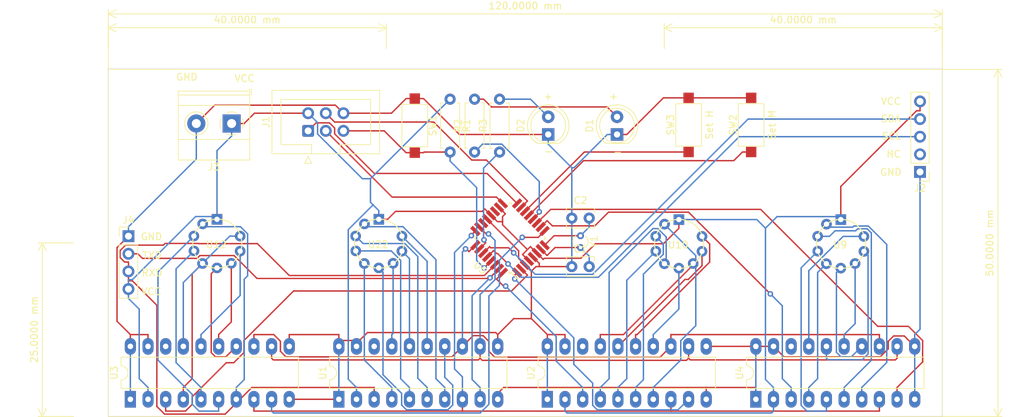
<source format=kicad_pcb>
(kicad_pcb (version 20211014) (generator pcbnew)
  (layers (0 "F.Cu" signal) (31 "B.Cu" signal) (34 "B.Paste" user) (35 "F.Paste" user) (36 "B.SilkS" user "B.Silkscreen") (37 "F.SilkS" user "F.Silkscreen") (38 "B.Mask" user) (39 "F.Mask" user) (44 "Edge.Cuts" user))
  (net 0 "")
  (net 1 "VCC")
  (net 2 "RST")
  (net 3 "Net-(U1-Pad4)")
  (net 4 "Net-(U1-Pad14)")
  (net 5 "Net-(U1-Pad5)")
  (net 6 "Net-(U1-Pad6)")
  (net 7 "Net-(U1-Pad16)")
  (net 8 "Net-(U1-Pad7)")
  (net 9 "Net-(U1-Pad17)")
  (net 10 "Net-(SW2-Pad1)")
  (net 11 "SRCK")
  (net 12 "Net-(SW3-Pad1)")
  (net 15 "Net-(U10-Pad2)")
  (net 16 "Net-(U10-Pad9)")
  (net 17 "Net-(U10-Pad8)")
  (net 18 "Net-(U10-Pad7)")
  (net 19 "Net-(U10-Pad3)")
  (net 20 "Net-(U10-Pad4)")
  (net 21 "Net-(U10-Pad5)")
  (net 22 "Net-(U10-Pad6)")
  (net 23 "Net-(U12-Pad6)")
  (net 24 "Net-(U12-Pad5)")
  (net 25 "Net-(U12-Pad4)")
  (net 26 "Net-(U12-Pad3)")
  (net 27 "Net-(U12-Pad7)")
  (net 28 "Net-(U12-Pad8)")
  (net 29 "Net-(U12-Pad9)")
  (net 30 "Net-(U12-Pad2)")
  (net 31 "MOSI")
  (net 32 "MISO")
  (net 33 "SCK")
  (net 34 "GNDREF")
  (net 35 "Net-(C2-Pad2)")
  (net 36 "Net-(C1-Pad2)")
  (net 37 "G4")
  (net 38 "SD4")
  (net 39 "G3")
  (net 40 "SD3")
  (net 41 "G2")
  (net 42 "SD2")
  (net 43 "RCLK")
  (net 44 "G1")
  (net 45 "SRCLR")
  (net 46 "SD1")
  (net 47 "Net-(U4-Pad4)")
  (net 48 "Net-(U4-Pad5)")
  (net 49 "Net-(U4-Pad6)")
  (net 50 "Net-(U4-Pad7)")
  (net 51 "Net-(U4-Pad14)")
  (net 52 "Net-(U4-Pad15)")
  (net 53 "Net-(U4-Pad16)")
  (net 54 "Net-(U4-Pad17)")
  (net 58 "Net-(U22-Pad9)")
  (net 59 "Net-(D1-Pad2)")
  (net 61 "Net-(J2-Pad4)")
  (net 62 "Net-(J2-Pad3)")
  (net 64 "D1")
  (net 65 "D2")
  (net 66 "Net-(D2-Pad2)")
  (footprint "Package_DIP:DIP-20_W7.62mm_LongPads" (layer "F.Cu") (at 133.175 127.525 90)
    (fp_text reference "U1")
    (fp_text value "TPIC6595")
  )
  (footprint "Package_DIP:DIP-20_W7.62mm_LongPads" (layer "F.Cu") (at 103.175 127.525 90)
    (fp_text reference "U3")
    (fp_text value "TPIC6595")
  )
  (footprint "Package_DIP:DIP-20_W7.62mm_LongPads" (layer "F.Cu") (at 193.175 127.525 90)
    (fp_text reference "U4")
    (fp_text value "TPIC6595")
  )
  (footprint "Package_QFP:TQFP-32_7x7mm_P0.8mm" (layer "F.Cu") (at 157.8 104.3 135)
    (fp_text reference "U5")
    (fp_text value "ATmega8L-8A")
  )
  (footprint "Numitron:numitron iv-9" (layer "F.Cu") (at 204.98 105.235)
    (fp_text reference "U9")
    (fp_text value "Numitron_IV-9")
  )
  (footprint "Numitron:numitron iv-9" (layer "F.Cu") (at 181.68 105.235)
    (fp_text reference "U10")
    (fp_text value "Numitron_IV-9")
  )
  (footprint "Package_DIP:DIP-20_W7.62mm_LongPads" (layer "F.Cu") (at 163.175 127.525 90)
    (fp_text reference "U2")
    (fp_text value "TPIC6595")
  )
  (footprint "Connector_IDC:IDC-Header_2x03_P2.54mm_Vertical" (layer "F.Cu") (at 128.755 88.8525 90)
    (fp_text reference "J1")
    (fp_text value "AVR-ISP-6")
  )
  (footprint "Resistor_THT:R_Axial_DIN0207_L6.3mm_D2.5mm_P7.62mm_Horizontal" (layer "F.Cu") (at 152.705 91.91 90)
    (fp_text reference "R2")
    (fp_text value "R")
  )
  (footprint "Numitron:numitron iv-9" (layer "F.Cu") (at 115.22 105.2)
    (fp_text reference "U12")
    (fp_text value "Numitron_IV-9")
  )
  (footprint "Capacitor_THT:C_Disc_D3.8mm_W2.6mm_P2.50mm" (layer "F.Cu") (at 166.695 108.41)
    (fp_text reference "C1")
    (fp_text value "C")
  )
  (footprint "Resistor_THT:R_Axial_DIN0207_L6.3mm_D2.5mm_P7.62mm_Horizontal" (layer "F.Cu") (at 149.18 84.29 -90)
    (fp_text reference "R1")
    (fp_text value "R")
  )
  (footprint "Numitron:numitron iv-9" (layer "F.Cu") (at 138.5 105.2)
    (fp_text reference "U22")
    (fp_text value "Numitron_IV-9")
  )
  (footprint "Resistor_THT:R_Axial_DIN0207_L6.3mm_D2.5mm_P7.62mm_Horizontal" (layer "F.Cu") (at 156.3 91.91 90)
    (fp_text reference "R3")
    (fp_text value "R")
  )
  (footprint "Connector_PinHeader_2.54mm:PinHeader_1x04_P2.54mm_Vertical" (layer "F.Cu") (at 102.9 104.025)
    (fp_text reference "J4")
    (fp_text value "UART")
  )
  (footprint "Connector_PinHeader_2.54mm:PinHeader_1x05_P2.54mm_Vertical" (layer "F.Cu") (at 216.8 94.775 180)
    (fp_text reference "J2")
    (fp_text value "rtc")
  )
  (footprint "Crystal:Crystal_Round_D1.5mm_Vertical" (layer "F.Cu") (at 167.945 103.965 -90)
    (fp_text reference "Y1")
    (fp_text value "Crystal")
  )
  (footprint "TerminalBlock_Phoenix:TerminalBlock_Phoenix_MKDS-1,5-2-5.08_1x02_P5.08mm_Horizontal" (layer "F.Cu") (at 117.745 87.795 180)
    (fp_text reference "J3")
    (fp_text value "5v in")
  )
  (footprint "LED_THT:LED_D5.0mm" (layer "F.Cu") (at 163.3 89.375 90)
    (fp_text reference "D2")
    (fp_text value "LED")
  )
  (footprint "LED_THT:LED_D5.0mm" (layer "F.Cu") (at 173.2 89.375 90)
    (fp_text reference "D1")
    (fp_text value "LED")
  )
  (footprint "Button_Switch_SMD:SW_SPST_CK_RS282G05A3" (layer "F.Cu") (at 183.5 88 90)
    (fp_text reference "SW3")
    (fp_text value "Set H")
  )
  (footprint "Button_Switch_SMD:SW_SPST_CK_RS282G05A3" (layer "F.Cu") (at 192.5 88 90)
    (fp_text reference "SW2")
    (fp_text value "Set M")
  )
  (footprint "Capacitor_THT:C_Disc_D3.8mm_W2.6mm_P2.50mm" (layer "F.Cu") (at 166.695 101.425)
    (fp_text reference "C2")
    (fp_text value "C")
  )
  (footprint "Button_Switch_SMD:SW_SPST_CK_RS282G05A3" (layer "F.Cu") (at 144.1 88.1 -90)
    (fp_text reference "SW1")
    (fp_text value "RST")
  )
  (gr_line (start 100 130) (end 100 80) (layer "F.SilkS") (width 0.12))
  (gr_line (start 100 80) (end 220 80) (layer "F.SilkS") (width 0.12))
  (gr_line (start 220 80) (end 220 130) (layer "F.SilkS") (width 0.12))
  (gr_line (start 220 130) (end 100 130) (layer "F.SilkS") (width 0.12))
  (gr_rect (start 100 79.835) (end 220.015 130) (layer "Edge.Cuts") (width 0.05) (fill none))
  (gr_text "RXD" (at 106.3 109.3) (layer "F.SilkS") (effects (font (size 1 1))))
  (gr_text "SCL" (at 212.7 89.6) (layer "F.SilkS") (effects (font (size 1 1))))
  (gr_text "SDA" (at 212.6 87.1) (layer "F.SilkS") (effects (font (size 1 1))))
  (gr_text "-" (at 173.3 91.9) (layer "F.SilkS") (effects (font (size 1 1))))
  (gr_text "TXD" (at 106.3 106.8) (layer "F.SilkS") (effects (font (size 1 1))))
  (gr_text "-" (at 163.4 91.8) (layer "F.SilkS") (effects (font (size 1 1))))
  (gr_text "GND" (at 106.2 104.1) (layer "F.SilkS") (effects (font (size 1 1))))
  (gr_text "+" (at 172.7 83.9) (layer "F.SilkS") (effects (font (size 1 1))))
  (gr_text "NC" (at 213 92.2) (layer "F.SilkS") (effects (font (size 1 1))))
  (gr_text "VCC" (at 119.6 81.3) (layer "F.SilkS") (effects (font (size 1 1))))
  (gr_text "VCC" (at 106.2 112) (layer "F.SilkS") (effects (font (size 1 1))))
  (gr_text "GND" (at 111.3 81.1) (layer "F.SilkS") (effects (font (size 1 1))))
  (gr_text "+" (at 163.3 83.9) (layer "F.SilkS") (effects (font (size 1 1))))
  (gr_text "VCC" (at 212.6 84.6) (layer "F.SilkS") (effects (font (size 1 1))))
  (gr_text "GND" (at 212.6 94.8) (layer "F.SilkS") (effects (font (size 1 1))))
  (dimension (type aligned) (layer "F.SilkS") (pts (xy 140 77) (xy 100 77)) (height 3) (gr_text "40.0000 mm" (at 120 72.85) (layer "F.SilkS") (effects (font (size 1 1) (thickness 0.15)))) (format (units 2) (units_format 1) (precision 4)) (style (thickness 0.12) (arrow_length 1.27) (text_position_mode 0) (extension_height 0.58642) (extension_offset 0) keep_text_aligned))
  (dimension (type aligned) (layer "F.SilkS") (pts (xy 180 77) (xy 220 77)) (height -3) (gr_text "40.0000 mm" (at 200 72.85) (layer "F.SilkS") (effects (font (size 1 1) (thickness 0.15)))) (format (units 2) (units_format 1) (precision 4)) (style (thickness 0.12) (arrow_length 1.27) (text_position_mode 0) (extension_height 0.58642) (extension_offset 0) keep_text_aligned))
  (dimension (type aligned) (layer "F.SilkS") (pts (xy 95 105) (xy 95 130)) (height 4.5) (gr_text "25.0000 mm" (at 89.35 117.5 90) (layer "F.SilkS") (effects (font (size 1 1) (thickness 0.15)))) (format (units 2) (units_format 1) (precision 4)) (style (thickness 0.12) (arrow_length 1.27) (text_position_mode 0) (extension_height 0.58642) (extension_offset 0) keep_text_aligned))
  (dimension (type aligned) (layer "F.SilkS") (pts (xy 220 80) (xy 100 80)) (height 8) (gr_text "120.0000 mm" (at 160 70.85) (layer "F.SilkS") (effects (font (size 1 1) (thickness 0.15)))) (format (units 2) (units_format 1) (precision 4)) (style (thickness 0.12) (arrow_length 1.27) (text_position_mode 0) (extension_height 0.58642) (extension_offset 0) keep_text_aligned))
  (dimension (type aligned) (layer "F.SilkS") (pts (xy 220 130) (xy 220 80)) (height 8) (gr_text "50.0000 mm" (at 226.85 105 90) (layer "F.SilkS") (effects (font (size 1 1) (thickness 0.15)))) (format (units 2) (units_format 1) (precision 4)) (style (thickness 0.12) (arrow_length 1.27) (text_position_mode 0) (extension_height 0.58642) (extension_offset 0) keep_text_aligned))
  (segment (start 117.745 87.795) (end 119.545 87.795) (width 0.2) (layer "F.Cu") (net 1))
  (segment (start 160.3102 105.9617) (end 159.6032 106.6687) (width 0.2) (layer "F.Cu") (net 1))
  (segment (start 155.0776 101.012) (end 155.9969 101.9312) (width 0.2) (layer "F.Cu") (net 1))
  (segment (start 160.7345 105.5374) (end 160.3102 105.9617) (width 0.2) (layer "F.Cu") (net 1))
  (segment (start 205.4 96.8588) (end 216.2938 85.965) (width 0.2) (layer "F.Cu") (net 1))
  (segment (start 141.3314 100.4506) (end 153.8005 100.4506) (width 0.2) (layer "F.Cu") (net 1))
  (segment (start 128.755 86.3125) (end 121.0275 86.3125) (width 0.2) (layer "F.Cu") (net 1))
  (segment (start 216.2938 85.965) (end 216.8 85.965) (width 0.2) (layer "F.Cu") (net 1))
  (segment (start 160.5224 107.588) (end 159.6032 106.6687) (width 0.2) (layer "F.Cu") (net 1))
  (segment (start 156.7279 102.3794) (end 156.7279 101.9312) (width 0.2) (layer "F.Cu") (net 1))
  (segment (start 170.0915 105.115) (end 167.996 107.2105) (width 0.2) (layer "F.Cu") (net 1))
  (segment (start 182.1 101.635) (end 182.1 102.897) (width 0.2) (layer "F.Cu") (net 1))
  (segment (start 156.209 99.8806) (end 157.1282 100.7998) (width 0.2) (layer "F.Cu") (net 1))
  (segment (start 155.0776 101.012) (end 154.1584 100.0927) (width 0.2) (layer "F.Cu") (net 1))
  (segment (start 182.1 102.897) (end 179.882 105.115) (width 0.2) (layer "F.Cu") (net 1))
  (segment (start 153.8005 100.4506) (end 154.1584 100.0927) (width 0.2) (layer "F.Cu") (net 1))
  (segment (start 138.92 101.6) (end 140.182 101.6) (width 0.2) (layer "F.Cu") (net 1))
  (segment (start 216.8 84.615) (end 216.8 85.965) (width 0.2) (layer "F.Cu") (net 1))
  (segment (start 140.182 101.6) (end 141.3314 100.4506) (width 0.2) (layer "F.Cu") (net 1))
  (segment (start 156.7279 101.2001) (end 157.1282 100.7998) (width 0.2) (layer "F.Cu") (net 1))
  (segment (start 162.7384 107.2105) (end 162.573 107.3759) (width 0.2) (layer "F.Cu") (net 1))
  (segment (start 167.996 107.2105) (end 162.7384 107.2105) (width 0.2) (layer "F.Cu") (net 1))
  (segment (start 161.6537 106.4567) (end 162.573 107.3759) (width 0.2) (layer "F.Cu") (net 1))
  (segment (start 179.882 105.115) (end 170.0915 105.115) (width 0.2) (layer "F.Cu") (net 1))
  (segment (start 160.3102 105.9617) (end 156.7279 102.3794) (width 0.2) (layer "F.Cu") (net 1))
  (segment (start 156.7279 101.9312) (end 155.9969 101.9312) (width 0.2) (layer "F.Cu") (net 1))
  (segment (start 156.7279 101.9312) (end 156.7279 101.2001) (width 0.2) (layer "F.Cu") (net 1))
  (segment (start 205.4 101.635) (end 205.4 96.8588) (width 0.2) (layer "F.Cu") (net 1))
  (segment (start 121.0275 86.3125) (end 119.545 87.795) (width 0.2) (layer "F.Cu") (net 1))
  (segment (start 161.6537 106.4567) (end 160.7345 105.5374) (width 0.2) (layer "F.Cu") (net 1))
  (segment (start 195.715 127.0914) (end 195.715 127.525) (width 0.2) (layer "B.Cu") (net 1))
  (segment (start 134.5269 124.6369) (end 135.715 125.825) (width 0.2) (layer "B.Cu") (net 1))
  (segment (start 138.0964 99.5143) (end 138.92 100.338) (width 0.2) (layer "B.Cu") (net 1))
  (segment (start 137.722 99.14) (end 138.0964 99.5143) (width 0.2) (layer "B.Cu") (net 1))
  (segment (start 105.715 125.825) (end 104.445 124.555) (width 0.2) (layer "B.Cu") (net 1))
  (segment (start 138.92 101.6) (end 138.92 100.338) (width 0.2) (layer "B.Cu") (net 1))
  (segment (start 194.5604 102.8724) (end 193.323 101.635) (width 0.2) (layer "B.Cu") (net 1))
  (segment (start 103.4594 110.295) (end 102.9 110.295) (width 0.2) (layer "B.Cu") (net 1))
  (segment (start 115.64 101.6) (end 115.64 101.1964) (width 0.2) (layer "B.Cu") (net 1))
  (segment (start 115.64 101.1964) (end 112.558 101.1964) (width 0.2) (layer "B.Cu") (net 1))
  (segment (start 102.9 111.645) (end 102.9 110.295) (width 0.2) (layer "B.Cu") (net 1))
  (segment (start 135.715 127.525) (end 135.715 125.825) (width 0.2) (layer "B.Cu") (net 1))
  (segment (start 137.722 95.748) (end 137.722 99.14) (width 0.2) (layer "B.Cu") (net 1))
  (segment (start 194.5604 102.8724) (end 196.2199 101.2129) (width 0.2) (layer "B.Cu") (net 1))
  (segment (start 136.556 95.748) (end 137.722 95.748) (width 0.2) (layer "B.Cu") (net 1))
  (segment (start 193.323 101.635) (end 183.362 101.635) (width 0.2) (layer "B.Cu") (net 1))
  (segment (start 102.9 111.645) (end 102.9 112.995) (width 0.2) (layer "B.Cu") (net 1))
  (segment (start 128.755 86.3125) (end 130.1132 87.6707) (width 0.2) (layer "B.Cu") (net 1))
  (segment (start 104.445 114.54) (end 102.9 112.995) (width 0.2) (layer "B.Cu") (net 1))
  (segment (start 149.18 84.29) (end 137.722 95.748) (width 0.2) (layer "B.Cu") (net 1))
  (segment (start 194.5604 124.6704) (end 194.5604 102.8724) (width 0.2) (layer "B.Cu") (net 1))
  (segment (start 138.0964 99.5143) (end 134.5269 103.0838) (width 0.2) (layer "B.Cu") (net 1))
  (segment (start 165.715 127.525) (end 165.715 129.225) (width 0.2) (layer "B.Cu") (net 1))
  (segment (start 105.715 127.525) (end 105.715 125.825) (width 0.2) (layer "B.Cu") (net 1))
  (segment (start 134.5269 103.0838) (end 134.5269 124.6369) (width 0.2) (layer "B.Cu") (net 1))
  (segment (start 182.1 101.635) (end 183.362 101.635) (width 0.2) (layer "B.Cu") (net 1))
  (segment (start 195.715 127.0914) (end 195.715 125.825) (width 0.2) (layer "B.Cu") (net 1))
  (segment (start 195.441 129.499) (end 165.989 129.499) (width 0.2) (layer "B.Cu") (net 1))
  (segment (start 115.64 101.1964) (end 115.64 91.7) (width 0.2) (layer "B.Cu") (net 1))
  (segment (start 165.989 129.499) (end 165.715 129.225) (width 0.2) (layer "B.Cu") (net 1))
  (segment (start 130.1132 87.6707) (end 130.1132 89.3052) (width 0.2) (layer "B.Cu") (net 1))
  (segment (start 195.715 127.525) (end 195.715 129.225) (width 0.2) (layer "B.Cu") (net 1))
  (segment (start 115.64 91.7) (end 117.745 89.595) (width 0.2) (layer "B.Cu") (net 1))
  (segment (start 117.745 87.795) (end 117.745 89.595) (width 0.2) (layer "B.Cu") (net 1))
  (segment (start 196.2199 101.2129) (end 204.9779 101.2129) (width 0.2) (layer "B.Cu") (net 1))
  (segment (start 204.9779 101.2129) (end 205.4 101.635) (width 0.2) (layer "B.Cu") (net 1))
  (segment (start 112.558 101.1964) (end 103.4594 110.295) (width 0.2) (layer "B.Cu") (net 1))
  (segment (start 130.1132 89.3052) (end 136.556 95.748) (width 0.2) (layer "B.Cu") (net 1))
  (segment (start 195.715 129.225) (end 195.441 129.499) (width 0.2) (layer "B.Cu") (net 1))
  (segment (start 104.445 124.555) (end 104.445 114.54) (width 0.2) (layer "B.Cu") (net 1))
  (segment (start 195.715 125.825) (end 194.5604 124.6704) (width 0.2) (layer "B.Cu") (net 1))
  (segment (start 154.0963 108.623) (end 154.1584 108.5609) (width 0.2) (layer "F.Cu") (net 2))
  (segment (start 154.1584 108.5609) (end 154.1584 108.5073) (width 0.2) (layer "F.Cu") (net 2))
  (segment (start 133.835 88.8525) (end 139.7025 88.8525) (width 0.2) (layer "F.Cu") (net 2))
  (segment (start 139.7025 88.8525) (end 142.85 92) (width 0.2) (layer "F.Cu") (net 2))
  (segment (start 154.1584 108.5073) (end 154.1584 108.5072) (width 0.2) (layer "F.Cu") (net 2))
  (segment (start 144.1 92) (end 145.35 92) (width 0.2) (layer "F.Cu") (net 2))
  (segment (start 149.18 91.91) (end 145.44 91.91) (width 0.2) (layer "F.Cu") (net 2))
  (segment (start 144.1 92) (end 142.85 92) (width 0.2) (layer "F.Cu") (net 2))
  (segment (start 145.44 91.91) (end 145.35 92) (width 0.2) (layer "F.Cu") (net 2))
  (segment (start 155.0776 107.588) (end 154.1584 108.5072) (width 0.2) (layer "F.Cu") (net 2))
  (via (at 154.0963 108.623) (size 0.8) (drill 0.4) (layers "F.Cu" "B.Cu") (net 2))
  (segment (start 149.18 91.91) (end 149.18 93.21) (width 0.2) (layer "B.Cu") (net 2))
  (segment (start 153.0029 107.5296) (end 154.0963 108.623) (width 0.2) (layer "B.Cu") (net 2))
  (segment (start 149.18 93.21) (end 153.0029 97.0329) (width 0.2) (layer "B.Cu") (net 2))
  (segment (start 153.0029 97.0329) (end 153.0029 107.5296) (width 0.2) (layer "B.Cu") (net 2))
  (segment (start 140.795 125.825) (end 136.84 121.87) (width 0.2) (layer "B.Cu") (net 3))
  (segment (start 136.84 121.87) (end 136.84 107.96) (width 0.2) (layer "B.Cu") (net 3))
  (segment (start 140.795 127.525) (end 140.795 125.825) (width 0.2) (layer "B.Cu") (net 3))
  (segment (start 139.525 123.9891) (end 139.525 109.205) (width 0.2) (layer "B.Cu") (net 4))
  (segment (start 149.5584 125.4982) (end 149.5584 128.3391) (width 0.2) (layer "B.Cu") (net 4))
  (segment (start 142.2066 128.3525) (end 142.2066 126.6707) (width 0.2) (layer "B.Cu") (net 4))
  (segment (start 142.8888 129.0347) (end 142.2066 128.3525) (width 0.2) (layer "B.Cu") (net 4))
  (segment (start 148.8628 129.0347) (end 142.8888 129.0347) (width 0.2) (layer "B.Cu") (net 4))
  (segment (start 148.415 119.905) (end 148.415 124.3548) (width 0.2) (layer "B.Cu") (net 4))
  (segment (start 139.525 109.205) (end 138.92 108.6) (width 0.2) (layer "B.Cu") (net 4))
  (segment (start 149.5584 128.3391) (end 148.8628 129.0347) (width 0.2) (layer "B.Cu") (net 4))
  (segment (start 148.415 124.3548) (end 149.5584 125.4982) (width 0.2) (layer "B.Cu") (net 4))
  (segment (start 142.2066 126.6707) (end 139.525 123.9891) (width 0.2) (layer "B.Cu") (net 4))
  (segment (start 142.0649 124.5549) (end 143.335 125.825) (width 0.2) (layer "B.Cu") (net 5))
  (segment (start 135.61 106.15) (end 140.7101 106.15) (width 0.2) (layer "B.Cu") (net 5))
  (segment (start 140.7101 106.15) (end 142.0649 107.5048) (width 0.2) (layer "B.Cu") (net 5))
  (segment (start 142.0649 107.5048) (end 142.0649 124.5549) (width 0.2) (layer "B.Cu") (net 5))
  (segment (start 143.335 127.525) (end 143.335 125.825) (width 0.2) (layer "B.Cu") (net 5))
  (segment (start 136.6678 105.0878) (end 135.59 104.01) (width 0.2) (layer "B.Cu") (net 6))
  (segment (start 144.5351 106.957) (end 142.6659 105.0878) (width 0.2) (layer "B.Cu") (net 6))
  (segment (start 145.875 127.525) (end 145.875 125.825) (width 0.2) (layer "B.Cu") (net 6))
  (segment (start 145.875 125.825) (end 144.5351 124.4851) (width 0.2) (layer "B.Cu") (net 6))
  (segment (start 142.6659 105.0878) (end 136.6678 105.0878) (width 0.2) (layer "B.Cu") (net 6))
  (segment (start 144.5351 124.4851) (end 144.5351 106.957) (width 0.2) (layer "B.Cu") (net 6))
  (segment (start 143.335 119.905) (end 143.335 118.205) (width 0.2) (layer "B.Cu") (net 7))
  (segment (start 143.335 118.205) (end 143.335 107.265) (width 0.2) (layer "B.Cu") (net 7))
  (segment (start 143.335 107.265) (end 142.25 106.18) (width 0.2) (layer "B.Cu") (net 7))
  (segment (start 142.3982 102.6622) (end 137.2622 102.6622) (width 0.2) (layer "B.Cu") (net 8))
  (segment (start 137.2622 102.6622) (end 136.86 102.26) (width 0.2) (layer "B.Cu") (net 8))
  (segment (start 148.415 127.525) (end 148.415 125.825) (width 0.2) (layer "B.Cu") (net 8))
  (segment (start 148.415 125.825) (end 147.145 124.555) (width 0.2) (layer "B.Cu") (net 8))
  (segment (start 147.145 107.409) (end 142.3982 102.6622) (width 0.2) (layer "B.Cu") (net 8))
  (segment (start 147.145 124.555) (end 147.145 107.409) (width 0.2) (layer "B.Cu") (net 8))
  (segment (start 140.98 118.02) (end 140.98 107.93) (width 0.2) (layer "B.Cu") (net 9))
  (segment (start 140.795 119.905) (end 140.795 118.205) (width 0.2) (layer "B.Cu") (net 9))
  (segment (start 140.795 118.205) (end 140.98 118.02) (width 0.2) (layer "B.Cu") (net 9))
  (segment (start 190 93.15) (end 168.3844 93.15) (width 0.2) (layer "F.Cu") (net 10))
  (segment (start 192.5 91.9) (end 191.25 91.9) (width 0.2) (layer "F.Cu") (net 10))
  (segment (start 191.25 91.9) (end 190 93.15) (width 0.2) (layer "F.Cu") (net 10))
  (segment (start 168.3844 93.15) (end 160.5224 101.012) (width 0.2) (layer "F.Cu") (net 10))
  (segment (start 151.401 105.8559) (end 151.5071 105.8559) (width 0.2) (layer "F.Cu") (net 11))
  (segment (start 125.5673 121.4147) (end 149.4453 121.4147) (width 0.2) (layer "F.Cu") (net 11))
  (segment (start 124.765 120.6124) (end 125.5673 121.4147) (width 0.2) (layer "F.Cu") (net 11))
  (segment (start 120.955 119.905) (end 120.955 118.205) (width 0.2) (layer "F.Cu") (net 11))
  (segment (start 210.955 119.905) (end 210.955 118.205) (width 0.2) (layer "F.Cu") (net 11))
  (segment (start 124.765 119.1616) (end 124.765 120.6124) (width 0.2) (layer "F.Cu") (net 11))
  (segment (start 153.9319 118.3551) (end 152.5049 118.3551) (width 0.2) (layer "F.Cu") (net 11))
  (segment (start 180.955 119.905) (end 179.4071 121.4529) (width 0.2) (layer "F.Cu") (net 11))
  (segment (start 123.8084 118.205) (end 124.765 119.1616) (width 0.2) (layer "F.Cu") (net 11))
  (segment (start 120.955 118.205) (end 123.8084 118.205) (width 0.2) (layer "F.Cu") (net 11))
  (segment (start 152.8149 105.3253) (end 151.8957 106.2445) (width 0.2) (layer "F.Cu") (net 11))
  (segment (start 152.5049 118.3551) (end 150.955 119.905) (width 0.2) (layer "F.Cu") (net 11))
  (segment (start 151.5071 105.8559) (end 151.8957 106.2445) (width 0.2) (layer "F.Cu") (net 11))
  (segment (start 155.6005 121.4529) (end 154.765 120.6174) (width 0.2) (layer "F.Cu") (net 11))
  (segment (start 149.4453 121.4147) (end 150.955 119.905) (width 0.2) (layer "F.Cu") (net 11))
  (segment (start 154.765 119.1882) (end 153.9319 118.3551) (width 0.2) (layer "F.Cu") (net 11))
  (segment (start 210.955 118.205) (end 180.955 118.205) (width 0.2) (layer "F.Cu") (net 11))
  (segment (start 180.955 119.905) (end 180.955 118.205) (width 0.2) (layer "F.Cu") (net 11))
  (segment (start 154.765 120.6174) (end 154.765 119.1882) (width 0.2) (layer "F.Cu") (net 11))
  (segment (start 179.4071 121.4529) (end 155.6005 121.4529) (width 0.2) (layer "F.Cu") (net 11))
  (via (at 151.401 105.8559) (size 0.8) (drill 0.4) (layers "F.Cu" "B.Cu") (net 11))
  (segment (start 150.955 119.905) (end 150.955 106.3019) (width 0.2) (layer "B.Cu") (net 11))
  (segment (start 150.955 106.3019) (end 151.401 105.8559) (width 0.2) (layer "B.Cu") (net 11))
  (segment (start 183.5 91.9) (end 168.503 91.9) (width 0.2) (layer "F.Cu") (net 12))
  (segment (start 168.503 91.9) (end 159.9567 100.4463) (width 0.2) (layer "F.Cu") (net 12))
  (segment (start 180.04 102.335) (end 180.04 102.295) (width 0.2) (layer "B.Cu") (net 15))
  (segment (start 184.5336 106.8286) (end 180.04 102.335) (width 0.2) (layer "B.Cu") (net 15))
  (segment (start 178.415 127.525) (end 178.415 125.825) (width 0.2) (layer "B.Cu") (net 15))
  (segment (start 178.415 125.825) (end 182.3737 121.8663) (width 0.2) (layer "B.Cu") (net 15))
  (segment (start 182.3737 119.0704) (end 184.5336 116.9105) (width 0.2) (layer "B.Cu") (net 15))
  (segment (start 184.5336 116.9105) (end 184.5336 106.8286) (width 0.2) (layer "B.Cu") (net 15))
  (segment (start 182.3737 121.8663) (end 182.3737 119.0704) (width 0.2) (layer "B.Cu") (net 15))
  (segment (start 175.875 119.905) (end 175.875 118.205) (width 0.2) (layer "F.Cu") (net 16))
  (segment (start 175.875 118.205) (end 176.0872 118.205) (width 0.2) (layer "F.Cu") (net 16))
  (segment (start 176.0872 118.205) (end 186.5278 107.7644) (width 0.2) (layer "F.Cu") (net 16))
  (segment (start 186.5278 105.1528) (end 185.43 104.055) (width 0.2) (layer "F.Cu") (net 16))
  (segment (start 186.5278 107.7644) (end 186.5278 105.1528) (width 0.2) (layer "F.Cu") (net 16))
  (segment (start 183.4495 110.2561) (end 185.43 108.2756) (width 0.2) (layer "F.Cu") (net 17))
  (segment (start 185.43 108.2756) (end 185.43 106.215) (width 0.2) (layer "F.Cu") (net 17))
  (segment (start 182.9839 110.2561) (end 183.4495 110.2561) (width 0.2) (layer "F.Cu") (net 17))
  (segment (start 173.335 119.905) (end 182.9839 110.2561) (width 0.2) (layer "F.Cu") (net 17))
  (segment (start 174.1204 118.205) (end 184.16 108.1654) (width 0.2) (layer "F.Cu") (net 18))
  (segment (start 170.795 118.205) (end 174.1204 118.205) (width 0.2) (layer "F.Cu") (net 18))
  (segment (start 170.795 119.905) (end 170.795 118.205) (width 0.2) (layer "F.Cu") (net 18))
  (segment (start 184.16 108.1654) (end 184.16 107.965) (width 0.2) (layer "F.Cu") (net 18))
  (segment (start 175.875 127.525) (end 175.875 125.825) (width 0.2) (layer "B.Cu") (net 19))
  (segment (start 179.8556 105.1306) (end 178.77 104.045) (width 0.2) (layer "B.Cu") (net 19))
  (segment (start 176.999 124.701) (end 176.999 109.4962) (width 0.2) (layer "B.Cu") (net 19))
  (segment (start 176.999 109.4962) (end 179.8556 106.6396) (width 0.2) (layer "B.Cu") (net 19))
  (segment (start 175.875 125.825) (end 176.999 124.701) (width 0.2) (layer "B.Cu") (net 19))
  (segment (start 179.8556 106.6396) (end 179.8556 105.1306) (width 0.2) (layer "B.Cu") (net 19))
  (segment (start 174.605 124.555) (end 174.605 110.37) (width 0.2) (layer "B.Cu") (net 20))
  (segment (start 174.605 110.37) (end 178.79 106.185) (width 0.2) (layer "B.Cu") (net 20))
  (segment (start 173.335 125.825) (end 174.605 124.555) (width 0.2) (layer "B.Cu") (net 20))
  (segment (start 173.335 127.525) (end 173.335 125.825) (width 0.2) (layer "B.Cu") (net 20))
  (segment (start 170.795 125.825) (end 172.065 124.555) (width 0.2) (layer "B.Cu") (net 21))
  (segment (start 172.065 124.555) (end 172.065 109.2353) (width 0.2) (layer "B.Cu") (net 21))
  (segment (start 178.3641 102.9362) (end 179.0768 102.9362) (width 0.2) (layer "B.Cu") (net 21))
  (segment (start 180.2744 104.1338) (end 180.2744 107.7406) (width 0.2) (layer "B.Cu") (net 21))
  (segment (start 179.0768 102.9362) (end 180.2744 104.1338) (width 0.2) (layer "B.Cu") (net 21))
  (segment (start 180.2744 107.7406) (end 180.02 107.995) (width 0.2) (layer "B.Cu") (net 21))
  (segment (start 170.795 127.525) (end 170.795 125.825) (width 0.2) (layer "B.Cu") (net 21))
  (segment (start 172.065 109.2353) (end 178.3641 102.9362) (width 0.2) (layer "B.Cu") (net 21))
  (segment (start 178.415 119.905) (end 178.415 118.205) (width 0.2) (layer "B.Cu") (net 22))
  (segment (start 182.1 114.52) (end 182.1 108.635) (width 0.2) (layer "B.Cu") (net 22))
  (segment (start 178.415 118.205) (end 182.1 114.52) (width 0.2) (layer "B.Cu") (net 22))
  (segment (start 115.4218 121.4141) (end 114.8096 120.8019) (width 0.2) (layer "F.Cu") (net 23))
  (segment (start 114.8096 120.8019) (end 114.8096 109.4304) (width 0.2) (layer "F.Cu") (net 23))
  (segment (start 114.8096 109.4304) (end 115.64 108.6) (width 0.2) (layer "F.Cu") (net 23))
  (segment (start 118.415 119.905) (end 116.9059 121.4141) (width 0.2) (layer "F.Cu") (net 23))
  (segment (start 116.9059 121.4141) (end 115.4218 121.4141) (width 0.2) (layer "F.Cu") (net 23))
  (segment (start 112.065 109.455) (end 113.56 107.96) (width 0.2) (layer "F.Cu") (net 24))
  (segment (start 110.795 125.825) (end 112.065 124.555) (width 0.2) (layer "F.Cu") (net 24))
  (segment (start 112.065 124.555) (end 112.065 109.455) (width 0.2) (layer "F.Cu") (net 24))
  (segment (start 110.795 127.525) (end 110.795 125.825) (width 0.2) (layer "F.Cu") (net 24))
  (segment (start 113.335 127.525) (end 113.335 125.825) (width 0.2) (layer "B.Cu") (net 25))
  (segment (start 113.335 125.825) (end 109.7516 122.2416) (width 0.2) (layer "B.Cu") (net 25))
  (segment (start 109.7516 122.2416) (end 109.7516 108.7284) (width 0.2) (layer "B.Cu") (net 25))
  (segment (start 109.7516 108.7284) (end 112.33 106.15) (width 0.2) (layer "B.Cu") (net 25))
  (segment (start 113.0582 129.225) (end 112.065 128.2318) (width 0.2) (layer "B.Cu") (net 26))
  (segment (start 107.1482 109.1718) (end 112.31 104.01) (width 0.2) (layer "B.Cu") (net 26))
  (segment (start 112.065 128.2318) (end 112.065 126.8093) (width 0.2) (layer "B.Cu") (net 26))
  (segment (start 115.875 127.525) (end 115.875 129.225) (width 0.2) (layer "B.Cu") (net 26))
  (segment (start 107.1482 121.8925) (end 107.1482 109.1718) (width 0.2) (layer "B.Cu") (net 26))
  (segment (start 112.065 126.8093) (end 107.1482 121.8925) (width 0.2) (layer "B.Cu") (net 26))
  (segment (start 115.875 129.225) (end 113.0582 129.225) (width 0.2) (layer "B.Cu") (net 26))
  (segment (start 115.875 119.905) (end 115.875 118.205) (width 0.2) (layer "F.Cu") (net 27))
  (segment (start 117.7 116.38) (end 117.7 107.93) (width 0.2) (layer "F.Cu") (net 27))
  (segment (start 115.875 118.205) (end 117.7 116.38) (width 0.2) (layer "F.Cu") (net 27))
  (segment (start 113.335 119.905) (end 113.335 118.205) (width 0.2) (layer "B.Cu") (net 28))
  (segment (start 118.97 112.57) (end 118.97 106.18) (width 0.2) (layer "B.Cu") (net 28))
  (segment (start 113.335 118.205) (end 118.97 112.57) (width 0.2) (layer "B.Cu") (net 28))
  (segment (start 117.4751 104.02) (end 118.97 104.02) (width 0.2) (layer "B.Cu") (net 29))
  (segment (start 110.795 119.905) (end 110.795 110.7001) (width 0.2) (layer "B.Cu") (net 29))
  (segment (start 110.795 110.7001) (end 117.4751 104.02) (width 0.2) (layer "B.Cu") (net 29))
  (segment (start 118.415 127.525) (end 118.415 125.825) (width 0.2) (layer "B.Cu") (net 30))
  (segment (start 119.5573 124.6827) (end 119.5573 110.2275) (width 0.2) (layer "B.Cu") (net 30))
  (segment (start 119.5573 110.2275) (end 120.045 109.7398) (width 0.2) (layer "B.Cu") (net 30))
  (segment (start 120.045 109.7398) (end 120.045 103.6935) (width 0.2) (layer "B.Cu") (net 30))
  (segment (start 120.045 103.6935) (end 119.0137 102.6622) (width 0.2) (layer "B.Cu") (net 30))
  (segment (start 119.0137 102.6622) (end 113.9822 102.6622) (width 0.2) (layer "B.Cu") (net 30))
  (segment (start 118.415 125.825) (end 119.5573 124.6827) (width 0.2) (layer "B.Cu") (net 30))
  (segment (start 113.9822 102.6622) (end 113.58 102.26) (width 0.2) (layer "B.Cu") (net 30))
  (segment (start 146.8169 87.5825) (end 132.565 87.5825) (width 0.2) (layer "F.Cu") (net 31))
  (segment (start 154.41 93.061) (end 152.2954 93.061) (width 0.2) (layer "F.Cu") (net 31))
  (segment (start 152.2954 93.061) (end 146.8169 87.5825) (width 0.2) (layer "F.Cu") (net 31))
  (segment (start 160.3103 98.9613) (end 154.41 93.061) (width 0.2) (layer "F.Cu") (net 31))
  (segment (start 132.565 87.5825) (end 131.295 86.3125) (width 0.2) (layer "F.Cu") (net 31))
  (segment (start 159.391 99.8806) (end 160.3103 98.9613) (width 0.2) (layer "F.Cu") (net 31))
  (segment (start 132.565 89.2799) (end 138.2727 94.9876) (width 0.2) (layer "F.Cu") (net 32))
  (segment (start 129.9058 87.7017) (end 131.817 87.7017) (width 0.2) (layer "F.Cu") (net 32))
  (segment (start 128.755 88.8525) (end 129.9058 87.7017) (width 0.2) (layer "F.Cu") (net 32))
  (segment (start 138.2727 94.9876) (end 154.498 94.9876) (width 0.2) (layer "F.Cu") (net 32))
  (segment (start 131.817 87.7017) (end 132.565 88.4497) (width 0.2) (layer "F.Cu") (net 32))
  (segment (start 154.498 94.9876) (end 158.8253 99.3149) (width 0.2) (layer "F.Cu") (net 32))
  (segment (start 132.565 88.4497) (end 132.565 89.2799) (width 0.2) (layer "F.Cu") (net 32))
  (segment (start 131.295 88.8525) (end 140.8382 98.3957) (width 0.2) (layer "F.Cu") (net 33))
  (segment (start 156.7747 99.3149) (end 155.8555 98.3957) (width 0.2) (layer "F.Cu") (net 33))
  (segment (start 140.8382 98.3957) (end 155.8555 98.3957) (width 0.2) (layer "F.Cu") (net 33))
  (segment (start 158.3922 105.4578) (end 155.4313 102.4968) (width 0.2) (layer "F.Cu") (net 34))
  (segment (start 156.035 119.905) (end 156.035 118.205) (width 0.2) (layer "F.Cu") (net 34))
  (segment (start 160.876 109.0729) (end 160.876 109.073) (width 0.2) (layer "F.Cu") (net 34))
  (segment (start 160.876 109.073) (end 160.876 115.906) (width 0.2) (layer "F.Cu") (net 34))
  (segment (start 159.0375 106.1393) (end 158.3922 105.494) (width 0.2) (layer "F.Cu") (net 34))
  (segment (start 133.175 127.525) (end 126.035 127.525) (width 0.2) (layer "F.Cu") (net 34))
  (segment (start 101.2558 116.2858) (end 103.175 118.205) (width 0.2) (layer "F.Cu") (net 34))
  (segment (start 103.175 118.205) (end 105.715 118.205) (width 0.2) (layer "F.Cu") (net 34))
  (segment (start 144.1 84.2) (end 145.35 84.2) (width 0.2) (layer "F.Cu") (net 34))
  (segment (start 144.1 84.2) (end 142.85 84.2) (width 0.2) (layer "F.Cu") (net 34))
  (segment (start 133.175 119.905) (end 133.175 119.055) (width 0.2) (layer "F.Cu") (net 34))
  (segment (start 154.512 101.5776) (end 155.4313 102.4968) (width 0.2) (layer "F.Cu") (net 34))
  (segment (start 216.035 119.905) (end 214.5348 118.4048) (width 0.2) (layer "F.Cu") (net 34))
  (segment (start 162.0072 108.41) (end 161.539 108.41) (width 0.2) (layer "F.Cu") (net 34))
  (segment (start 135.715 119.905) (end 135.715 119.48) (width 0.2) (layer "F.Cu") (net 34))
  (segment (start 132.6767 85.1542) (end 133.835 86.3125) (width 0.2) (layer "F.Cu") (net 34))
  (segment (start 162.0072 108.41) (end 162.0072 107.9417) (width 0.2) (layer "F.Cu") (net 34))
  (segment (start 214.5348 118.4048) (end 212.9965 118.4048) (width 0.2) (layer "F.Cu") (net 34))
  (segment (start 179.875 84.1) (end 183.5 84.1) (width 0.2) (layer "F.Cu") (net 34))
  (segment (start 135.715 119.48) (end 135.715 119.055) (width 0.2) (layer "F.Cu") (net 34))
  (segment (start 133.175 119.055) (end 133.175 118.205) (width 0.2) (layer "F.Cu") (net 34))
  (segment (start 126.035 119.905) (end 126.035 118.205) (width 0.2) (layer "F.Cu") (net 34))
  (segment (start 137.2832 117.9118) (end 155.7418 117.9118) (width 0.2) (layer "F.Cu") (net 34))
  (segment (start 159.9567 108.1537) (end 160.876 109.0729) (width 0.2) (layer "F.Cu") (net 34))
  (segment (start 212.9965 118.4048) (end 212.225 119.1763) (width 0.2) (layer "F.Cu") (net 34))
  (segment (start 101.2558 105.6692) (end 101.2558 116.2858) (width 0.2) (layer "F.Cu") (net 34))
  (segment (start 135.715 119.48) (end 137.2832 117.9118) (width 0.2) (layer "F.Cu") (net 34))
  (segment (start 156.035 126.675) (end 156.885 125.825) (width 0.2) (layer "F.Cu") (net 34))
  (segment (start 103.175 119.905) (end 103.175 118.205) (width 0.2) (layer "F.Cu") (net 34))
  (segment (start 211.0682 121.4147) (end 197.2247 121.4147) (width 0.2) (layer "F.Cu") (net 34))
  (segment (start 163.175 118.205) (end 165.715 118.205) (width 0.2) (layer "F.Cu") (net 34))
  (segment (start 163.175 125.825) (end 186.035 125.825) (width 0.2) (layer "F.Cu") (net 34))
  (segment (start 160.876 115.906) (end 163.175 118.205) (width 0.2) (layer "F.Cu") (net 34))
  (segment (start 140.7375 86.3125) (end 142.85 84.2) (width 0.2) (layer "F.Cu") (net 34))
  (segment (start 212.225 119.1763) (end 212.225 120.2579) (width 0.2) (layer "F.Cu") (net 34))
  (segment (start 112.665 87.795) (end 115.3058 85.1542) (width 0.2) (layer "F.Cu") (net 34))
  (segment (start 163.175 119.905) (end 163.175 118.205) (width 0.2) (layer "F.Cu") (net 34))
  (segment (start 133.175 119.055) (end 135.715 119.055) (width 0.2) (layer "F.Cu") (net 34))
  (segment (start 173.2 89.375) (end 174.6 89.375) (width 0.2) (layer "F.Cu") (net 34))
  (segment (start 156.885 125.825) (end 163.175 125.825) (width 0.2) (layer "F.Cu") (net 34))
  (segment (start 156.035 127.525) (end 156.035 126.675) (width 0.2) (layer "F.Cu") (net 34))
  (segment (start 126.035 118.205) (end 133.175 118.205) (width 0.2) (layer "F.Cu") (net 34))
  (segment (start 174.6 89.375) (end 179.875 84.1) (width 0.2) (layer "F.Cu") (net 34))
  (segment (start 193.175 127.525) (end 193.175 125.825) (width 0.2) (layer "F.Cu") (net 34))
  (segment (start 186.035 127.525) (end 186.035 125.825) (width 0.2) (layer "F.Cu") (net 34))
  (segment (start 165.715 119.905) (end 165.715 118.205) (width 0.2) (layer "F.Cu") (net 34))
  (segment (start 158.3922 105.494) (end 158.3922 105.4578) (width 0.2) (layer "F.Cu") (net 34))
  (segment (start 193.175 119.905) (end 186.035 119.905) (width 0.2) (layer "F.Cu") (net 34))
  (segment (start 155.7418 117.9118) (end 156.035 118.205) (width 0.2) (layer "F.Cu") (net 34))
  (segment (start 159.0375 107.2344) (end 159.0375 106.1393) (width 0.2) (layer "F.Cu") (net 34))
  (segment (start 102.9 104.025) (end 101.2558 105.6692) (width 0.2) (layer "F.Cu") (net 34))
  (segment (start 161.539 108.41) (end 160.876 109.073) (width 0.2) (layer "F.Cu") (net 34))
  (segment (start 115.3058 85.1542) (end 132.6767 85.1542) (width 0.2) (layer "F.Cu") (net 34))
  (segment (start 163.3 89.375) (end 150.525 89.375) (width 0.2) (layer "F.Cu") (net 34))
  (segment (start 183.5 84.1) (end 192.5 84.1) (width 0.2) (layer "F.Cu") (net 34))
  (segment (start 166.695 108.41) (end 162.0072 108.41) (width 0.2) (layer "F.Cu") (net 34))
  (segment (start 193.175 125.825) (end 186.035 125.825) (width 0.2) (layer "F.Cu") (net 34))
  (segment (start 162.0072 107.9417) (end 162.0073 107.9416) (width 0.2) (layer "F.Cu") (net 34))
  (segment (start 150.525 89.375) (end 145.35 84.2) (width 0.2) (layer "F.Cu") (net 34))
  (segment (start 159.9567 108.1537) (end 159.0375 107.2344) (width 0.2) (layer "F.Cu") (net 34))
  (segment (start 158.334 115.906) (end 156.035 118.205) (width 0.2) (layer "F.Cu") (net 34))
  (segment (start 197.2247 121.4147) (end 195.715 119.905) (width 0.2) (layer "F.Cu") (net 34))
  (segment (start 160.876 115.906) (end 158.334 115.906) (width 0.2) (layer "F.Cu") (net 34))
  (segment (start 105.715 119.905) (end 105.715 118.205) (width 0.2) (layer "F.Cu") (net 34))
  (segment (start 195.715 119.905) (end 193.175 119.905) (width 0.2) (layer "F.Cu") (net 34))
  (segment (start 161.088 107.0224) (end 162.0073 107.9416) (width 0.2) (layer "F.Cu") (net 34))
  (segment (start 163.175 127.525) (end 163.175 125.825) (width 0.2) (layer "F.Cu") (net 34))
  (segment (start 212.225 120.2579) (end 211.0682 121.4147) (width 0.2) (layer "F.Cu") (net 34))
  (segment (start 133.835 86.3125) (end 140.7375 86.3125) (width 0.2) (layer "F.Cu") (net 34))
  (segment (start 102.9 104.025) (end 102.9 102.675) (width 0.2) (layer "B.Cu") (net 34))
  (segment (start 193.175 121.605) (end 193.175 125.825) (width 0.2) (layer "B.Cu") (net 34))
  (segment (start 163.175 127.525) (end 163.175 121.605) (width 0.2) (layer "B.Cu") (net 34))
  (segment (start 216.035 118.205) (end 216.8 117.44) (width 0.2) (layer "B.Cu") (net 34))
  (segment (start 166.695 108.41) (end 166.695 101.425) (width 0.2) (layer "B.Cu") (net 34))
  (segment (start 193.175 119.905) (end 193.175 121.605) (width 0.2) (layer "B.Cu") (net 34))
  (segment (start 166.695 94.17) (end 163.3 90.775) (width 0.2) (layer "B.Cu") (net 34))
  (segment (start 166.695 94.17) (end 167.005 94.17) (width 0.2) (layer "B.Cu") (net 34))
  (segment (start 103.175 127.525) (end 103.175 119.905) (width 0.2) (layer "B.Cu") (net 34))
  (segment (start 133.175 119.905) (end 133.175 121.605) (width 0.2) (layer "B.Cu") (net 34))
  (segment (start 216.035 119.905) (end 216.035 118.205) (width 0.2) (layer "B.Cu") (net 34))
  (segment (start 133.175 125.825) (end 133.175 121.605) (width 0.2) (layer "B.Cu") (net 34))
  (segment (start 193.175 127.525) (end 193.175 125.825) (width 0.2) (layer "B.Cu") (net 34))
  (segment (start 173.2 89.375) (end 171.8 89.375) (width 0.2) (layer "B.Cu") (net 34))
  (segment (start 216.8 117.44) (end 216.8 94.775) (width 0.2) (layer "B.Cu") (net 34))
  (segment (start 216.035 119.905) (end 216.035 127.525) (width 0.2) (layer "B.Cu") (net 34))
  (segment (start 163.3 89.375) (end 163.3 90.775) (width 0.2) (layer "B.Cu") (net 34))
  (segment (start 112.665 92.91) (end 102.9 102.675) (width 0.2) (layer "B.Cu") (net 34))
  (segment (start 163.175 119.905) (end 163.175 121.605) (width 0.2) (layer "B.Cu") (net 34))
  (segment (start 133.175 127.525) (end 133.175 125.825) (width 0.2) (layer "B.Cu") (net 34))
  (segment (start 166.695 101.425) (end 166.695 94.17) (width 0.2) (layer "B.Cu") (net 34))
  (segment (start 167.005 94.17) (end 171.8 89.375) (width 0.2) (layer "B.Cu") (net 34))
  (segment (start 112.665 87.795) (end 112.665 92.91) (width 0.2) (layer "B.Cu") (net 34))
  (segment (start 167.945 103.965) (end 164.1454 103.965) (width 0.2) (layer "F.Cu") (net 35))
  (segment (start 164.1454 103.965) (end 162.7851 105.3253) (width 0.2) (layer "F.Cu") (net 35))
  (segment (start 169.195 101.425) (end 169.195 102.715) (width 0.2) (layer "B.Cu") (net 35))
  (segment (start 169.195 102.715) (end 167.945 103.965) (width 0.2) (layer "B.Cu") (net 35))
  (segment (start 164.284 105.665) (end 167.945 105.665) (width 0.2) (layer "F.Cu") (net 36))
  (segment (start 163.1387 106.8103) (end 164.284 105.665) (width 0.2) (layer "F.Cu") (net 36))
  (segment (start 162.2194 105.891) (end 163.1387 106.8103) (width 0.2) (layer "F.Cu") (net 36))
  (segment (start 169.195 108.41) (end 169.195 106.915) (width 0.2) (layer "B.Cu") (net 36))
  (segment (start 169.195 106.915) (end 167.945 105.665) (width 0.2) (layer "B.Cu") (net 36))
  (segment (start 217.1719 122.1481) (end 213.495 125.825) (width 0.2) (layer "F.Cu") (net 37))
  (segment (start 163.6666 100.1635) (end 193.868 100.1635) (width 0.2) (layer "F.Cu") (net 37))
  (segment (start 162.573 101.2241) (end 162.606 101.2241) (width 0.2) (layer "F.Cu") (net 37))
  (segment (start 210.7193 117.0148) (end 215.1293 117.0148) (width 0.2) (layer "F.Cu") (net 37))
  (segment (start 193.868 100.1635) (end 210.7193 117.0148) (width 0.2) (layer "F.Cu") (net 37))
  (segment (start 162.573 101.224) (end 162.573 101.2241) (width 0.2) (layer "F.Cu") (net 37))
  (segment (start 162.606 101.2241) (end 163.6666 100.1635) (width 0.2) (layer "F.Cu") (net 37))
  (segment (start 213.495 127.525) (end 213.495 125.825) (width 0.2) (layer "F.Cu") (net 37))
  (segment (start 161.6537 102.1433) (end 162.573 101.224) (width 0.2) (layer "F.Cu") (net 37))
  (segment (start 217.1719 119.0574) (end 217.1719 122.1481) (width 0.2) (layer "F.Cu") (net 37))
  (segment (start 215.1293 117.0148) (end 217.1719 119.0574) (width 0.2) (layer "F.Cu") (net 37))
  (segment (start 170.0085 102.5353) (end 171.9761 100.5677) (width 0.2) (layer "F.Cu") (net 38))
  (segment (start 183.4927 100.5677) (end 195.2649 112.3399) (width 0.2) (layer "F.Cu") (net 38))
  (segment (start 162.2194 102.709) (end 163.1387 101.7897) (width 0.2) (layer "F.Cu") (net 38))
  (segment (start 163.8843 102.5353) (end 170.0085 102.5353) (width 0.2) (layer "F.Cu") (net 38))
  (segment (start 171.9761 100.5677) (end 183.4927 100.5677) (width 0.2) (layer "F.Cu") (net 38))
  (segment (start 163.1387 101.7897) (end 163.8843 102.5353) (width 0.2) (layer "F.Cu") (net 38))
  (via (at 195.2649 112.3399) (size 0.8) (drill 0.4) (layers "F.Cu" "B.Cu") (net 38))
  (segment (start 196.985 114.06) (end 195.2649 112.3399) (width 0.2) (layer "B.Cu") (net 38))
  (segment (start 198.255 125.825) (end 196.985 124.555) (width 0.2) (layer "B.Cu") (net 38))
  (segment (start 196.985 124.555) (end 196.985 114.06) (width 0.2) (layer "B.Cu") (net 38))
  (segment (start 198.255 127.525) (end 198.255 125.825) (width 0.2) (layer "B.Cu") (net 38))
  (segment (start 162.7851 103.2747) (end 161.8659 104.1939) (width 0.2) (layer "F.Cu") (net 39))
  (segment (start 161.8659 104.1939) (end 159.5614 104.1939) (width 0.2) (layer "F.Cu") (net 39))
  (via (at 159.5614 104.1939) (size 0.8) (drill 0.4) (layers "F.Cu" "B.Cu") (net 39))
  (segment (start 123.495 127.525) (end 123.495 129.225) (width 0.2) (layer "B.Cu") (net 39))
  (segment (start 156.2763 107.479) (end 159.5614 104.1939) (width 0.2) (layer "B.Cu") (net 39))
  (segment (start 153.5082 129.499) (end 154.765 128.2422) (width 0.2) (layer "B.Cu") (net 39))
  (segment (start 154.765 128.2422) (end 154.765 112.6383) (width 0.2) (layer "B.Cu") (net 39))
  (segment (start 123.769 129.499) (end 153.5082 129.499) (width 0.2) (layer "B.Cu") (net 39))
  (segment (start 154.765 112.6383) (end 156.2763 111.127) (width 0.2) (layer "B.Cu") (net 39))
  (segment (start 156.2763 111.127) (end 156.2763 107.479) (width 0.2) (layer "B.Cu") (net 39))
  (segment (start 123.495 129.225) (end 123.769 129.499) (width 0.2) (layer "B.Cu") (net 39))
  (segment (start 126.6575 111.9221) (end 158.0269 111.9221) (width 0.2) (layer "F.Cu") (net 40))
  (segment (start 116.9778 122.2571) (end 118.0494 122.2571) (width 0.2) (layer "F.Cu") (net 40))
  (segment (start 158.0269 111.9221) (end 160.3103 109.6387) (width 0.2) (layer "F.Cu") (net 40))
  (segment (start 108.255 127.525) (end 108.255 129.225) (width 0.2) (layer "F.Cu") (net 40))
  (segment (start 112.065 127.1699) (end 116.9778 122.2571) (width 0.2) (layer "F.Cu") (net 40))
  (segment (start 118.0494 122.2571) (end 119.5152 120.7913) (width 0.2) (layer "F.Cu") (net 40))
  (segment (start 159.391 108.7194) (end 160.3103 109.6387) (width 0.2) (layer "F.Cu") (net 40))
  (segment (start 112.065 128.2651) (end 112.065 127.1699) (width 0.2) (layer "F.Cu") (net 40))
  (segment (start 119.5152 120.7913) (end 119.5152 119.0644) (width 0.2) (layer "F.Cu") (net 40))
  (segment (start 108.255 129.225) (end 111.1051 129.225) (width 0.2) (layer "F.Cu") (net 40))
  (segment (start 111.1051 129.225) (end 112.065 128.2651) (width 0.2) (layer "F.Cu") (net 40))
  (segment (start 119.5152 119.0644) (end 126.6575 111.9221) (width 0.2) (layer "F.Cu") (net 40))
  (segment (start 158.484 110.1821) (end 158.484 109.6264) (width 0.2) (layer "F.Cu") (net 41))
  (segment (start 158.484 109.6264) (end 158.8253 109.2851) (width 0.2) (layer "F.Cu") (net 41))
  (via (at 158.484 110.1821) (size 0.8) (drill 0.4) (layers "F.Cu" "B.Cu") (net 41))
  (segment (start 183.495 127.525) (end 181.9709 129.0491) (width 0.2) (layer "B.Cu") (net 41))
  (segment (start 181.9709 129.0491) (end 170.3614 129.0491) (width 0.2) (layer "B.Cu") (net 41))
  (segment (start 166.985 122.4902) (end 166.985 118.6831) (width 0.2) (layer "B.Cu") (net 41))
  (segment (start 169.6948 128.3825) (end 169.6948 125.2) (width 0.2) (layer "B.Cu") (net 41))
  (segment (start 169.6948 125.2) (end 166.985 122.4902) (width 0.2) (layer "B.Cu") (net 41))
  (segment (start 166.985 118.6831) (end 158.484 110.1821) (width 0.2) (layer "B.Cu") (net 41))
  (segment (start 170.3614 129.0491) (end 169.6948 128.3825) (width 0.2) (layer "B.Cu") (net 41))
  (segment (start 156.7747 109.2851) (end 155.8555 110.2043) (width 0.2) (layer "F.Cu") (net 42))
  (segment (start 156.8732 111.222) (end 155.8555 110.2043) (width 0.2) (layer "F.Cu") (net 42))
  (segment (start 157.1714 111.222) (end 156.8732 111.222) (width 0.2) (layer "F.Cu") (net 42))
  (via (at 157.1714 111.222) (size 0.8) (drill 0.4) (layers "F.Cu" "B.Cu") (net 42))
  (segment (start 164.445 122.015) (end 164.445 118.4956) (width 0.2) (layer "B.Cu") (net 42))
  (segment (start 168.255 125.825) (end 164.445 122.015) (width 0.2) (layer "B.Cu") (net 42))
  (segment (start 164.445 118.4956) (end 157.1714 111.222) (width 0.2) (layer "B.Cu") (net 42))
  (segment (start 168.255 127.525) (end 168.255 125.825) (width 0.2) (layer "B.Cu") (net 42))
  (segment (start 123.495 121.605) (end 123.7451 121.8551) (width 0.2) (layer "F.Cu") (net 43))
  (segment (start 153.495 121.405) (end 153.495 121.4052) (width 0.2) (layer "F.Cu") (net 43))
  (segment (start 123.7451 121.8551) (end 153.2449 121.8551) (width 0.2) (layer "F.Cu") (net 43))
  (segment (start 183.7437 121.8537) (end 183.495 121.605) (width 0.2) (layer "F.Cu") (net 43))
  (segment (start 153.495 121.4052) (end 153.495 121.605) (width 0.2) (layer "F.Cu") (net 43))
  (segment (start 153.8039 121.9139) (end 183.1861 121.9139) (width 0.2) (layer "F.Cu") (net 43))
  (segment (start 213.2463 121.8537) (end 183.7437 121.8537) (width 0.2) (layer "F.Cu") (net 43))
  (segment (start 183.495 119.905) (end 183.495 121.605) (width 0.2) (layer "F.Cu") (net 43))
  (segment (start 183.1861 121.9139) (end 183.495 121.605) (width 0.2) (layer "F.Cu") (net 43))
  (segment (start 153.495 119.905) (end 153.495 121.405) (width 0.2) (layer "F.Cu") (net 43))
  (segment (start 213.495 119.905) (end 213.495 121.605) (width 0.2) (layer "F.Cu") (net 43))
  (segment (start 153.2449 121.8551) (end 153.495 121.605) (width 0.2) (layer "F.Cu") (net 43))
  (segment (start 153.3806 102.709) (end 154.3728 103.7012) (width 0.2) (layer "F.Cu") (net 43))
  (segment (start 153.495 121.605) (end 153.8039 121.9139) (width 0.2) (layer "F.Cu") (net 43))
  (segment (start 154.3728 103.7012) (end 154.7084 103.7012) (width 0.2) (layer "F.Cu") (net 43))
  (segment (start 213.495 121.605) (end 213.2463 121.8537) (width 0.2) (layer "F.Cu") (net 43))
  (segment (start 123.495 119.905) (end 123.495 121.605) (width 0.2) (layer "F.Cu") (net 43))
  (via (at 154.7084 103.7012) (size 0.8) (drill 0.4) (layers "F.Cu" "B.Cu") (net 43))
  (segment (start 153.495 112.4432) (end 155.6437 110.2945) (width 0.2) (layer "B.Cu") (net 43))
  (segment (start 153.495 119.905) (end 153.495 118.205) (width 0.2) (layer "B.Cu") (net 43))
  (segment (start 155.6437 110.2945) (end 155.6437 104.6365) (width 0.2) (layer "B.Cu") (net 43))
  (segment (start 153.495 118.205) (end 153.495 112.4432) (width 0.2) (layer "B.Cu") (net 43))
  (segment (start 155.6437 104.6365) (end 154.7084 103.7012) (width 0.2) (layer "B.Cu") (net 43))
  (segment (start 121.4016 110.1215) (end 118.1018 106.8217) (width 0.2) (layer "F.Cu") (net 44))
  (segment (start 102.9 106.565) (end 104.25 106.565) (width 0.2) (layer "F.Cu") (net 44))
  (segment (start 155.2897 109.6584) (end 154.9295 110.0186) (width 0.2) (layer "F.Cu") (net 44))
  (segment (start 118.1018 106.8217) (end 113.1784 106.8217) (width 0.2) (layer "F.Cu") (net 44))
  (segment (start 112.7786 107.2215) (end 104.9065 107.2215) (width 0.2) (layer "F.Cu") (net 44))
  (segment (start 113.1784 106.8217) (end 112.7786 107.2215) (width 0.2) (layer "F.Cu") (net 44))
  (segment (start 156.209 108.7194) (end 155.2897 109.6387) (width 0.2) (layer "F.Cu") (net 44))
  (segment (start 154.9295 110.0186) (end 154.8266 110.1215) (width 0.2) (layer "F.Cu") (net 44))
  (segment (start 104.9065 107.2215) (end 104.25 106.565) (width 0.2) (layer "F.Cu") (net 44))
  (segment (start 154.8266 110.1215) (end 121.4016 110.1215) (width 0.2) (layer "F.Cu") (net 44))
  (segment (start 155.2897 109.6387) (end 155.2897 109.6584) (width 0.2) (layer "F.Cu") (net 44))
  (via (at 154.9295 110.0186) (size 0.8) (drill 0.4) (layers "F.Cu" "B.Cu") (net 44))
  (segment (start 153.495 125.825) (end 152.3482 124.6782) (width 0.2) (layer "B.Cu") (net 44))
  (segment (start 153.495 127.525) (end 153.495 125.825) (width 0.2) (layer "B.Cu") (net 44))
  (segment (start 152.3482 124.6782) (end 152.3482 112.5999) (width 0.2) (layer "B.Cu") (net 44))
  (segment (start 152.3482 112.5999) (end 154.9295 110.0186) (width 0.2) (layer "B.Cu") (net 44))
  (segment (start 210.955 129.225) (end 180.955 129.225) (width 0.2) (layer "F.Cu") (net 45))
  (segment (start 180.955 127.525) (end 180.955 129.225) (width 0.2) (layer "F.Cu") (net 45))
  (segment (start 210.955 127.525) (end 210.955 129.225) (width 0.2) (layer "F.Cu") (net 45))
  (segment (start 180.955 129.225) (end 150.955 129.225) (width 0.2) (layer "F.Cu") (net 45))
  (segment (start 152.2426 103.847) (end 152.2426 103.9467) (width 0.2) (layer "F.Cu") (net 45))
  (segment (start 152.8149 103.2747) (end 152.2426 103.847) (width 0.2) (layer "F.Cu") (net 45))
  (segment (start 120.955 127.525) (end 120.955 129.225) (width 0.2) (layer "F.Cu") (net 45))
  (segment (start 120.955 129.225) (end 150.955 129.225) (width 0.2) (layer "F.Cu") (net 45))
  (segment (start 150.955 127.525) (end 150.955 129.225) (width 0.2) (layer "F.Cu") (net 45))
  (via (at 152.2426 103.9467) (size 0.8) (drill 0.4) (layers "F.Cu" "B.Cu") (net 45))
  (segment (start 149.8187 123.1588) (end 149.8187 106.3706) (width 0.2) (layer "B.Cu") (net 45))
  (segment (start 150.955 124.2951) (end 149.8187 123.1588) (width 0.2) (layer "B.Cu") (net 45))
  (segment (start 149.8187 106.3706) (end 152.2426 103.9467) (width 0.2) (layer "B.Cu") (net 45))
  (segment (start 150.955 127.525) (end 150.955 124.2951) (width 0.2) (layer "B.Cu") (net 45))
  (segment (start 102.348 107.755) (end 102.9 107.755) (width 0.2) (layer "F.Cu") (net 46))
  (segment (start 108.171 105.0722) (end 107.9245 105.3187) (width 0.2) (layer "F.Cu") (net 46))
  (segment (start 103.4594 110.455) (end 102.9 110.455) (width 0.2) (layer "F.Cu") (net 46))
  (segment (start 101.6929 106.1101) (end 101.6929 107.0999) (width 0.2) (layer "F.Cu") (net 46))
  (segment (start 108.0874 129.6575) (end 106.985 128.5551) (width 0.2) (layer "F.Cu") (net 46))
  (segment (start 106.985 113.9806) (end 103.4594 110.455) (width 0.2) (layer "F.Cu") (net 46))
  (segment (start 106.985 128.5551) (end 106.985 113.9806) (width 0.2) (layer "F.Cu") (net 46))
  (segment (start 121.4464 105.1) (end 113.0196 105.1) (width 0.2) (layer "F.Cu") (net 46))
  (segment (start 113.0196 105.1) (end 112.9918 105.0722) (width 0.2) (layer "F.Cu") (net 46))
  (segment (start 112.9918 105.0722) (end 108.171 105.0722) (width 0.2) (layer "F.Cu") (net 46))
  (segment (start 116.8238 129.6575) (end 108.0874 129.6575) (width 0.2) (layer "F.Cu") (net 46))
  (segment (start 101.6929 107.0999) (end 102.348 107.755) (width 0.2) (layer "F.Cu") (net 46))
  (segment (start 155.6433 108.1537) (end 154.1005 109.6965) (width 0.2) (layer "F.Cu") (net 46))
  (segment (start 120.6563 125.825) (end 116.8238 129.6575) (width 0.2) (layer "F.Cu") (net 46))
  (segment (start 107.9245 105.3187) (end 102.4843 105.3187) (width 0.2) (layer "F.Cu") (net 46))
  (segment (start 154.1005 109.6965) (end 126.0429 109.6965) (width 0.2) (layer "F.Cu") (net 46))
  (segment (start 126.0429 109.6965) (end 121.4464 105.1) (width 0.2) (layer "F.Cu") (net 46))
  (segment (start 138.255 127.525) (end 138.255 125.825) (width 0.2) (layer "F.Cu") (net 46))
  (segment (start 102.9 109.105) (end 102.9 110.455) (width 0.2) (layer "F.Cu") (net 46))
  (segment (start 102.9 109.105) (end 102.9 107.755) (width 0.2) (layer "F.Cu") (net 46))
  (segment (start 138.255 125.825) (end 120.6563 125.825) (width 0.2) (layer "F.Cu") (net 46))
  (segment (start 102.4843 105.3187) (end 101.6929 106.1101) (width 0.2) (layer "F.Cu") (net 46))
  (segment (start 202.065 109.25) (end 203.32 107.995) (width 0.2) (layer "B.Cu") (net 47))
  (segment (start 200.795 125.825) (end 202.065 124.555) (width 0.2) (layer "B.Cu") (net 47))
  (segment (start 200.795 127.525) (end 200.795 125.825) (width 0.2) (layer "B.Cu") (net 47))
  (segment (start 202.065 124.555) (end 202.065 109.25) (width 0.2) (layer "B.Cu") (net 47))
  (segment (start 199.6931 108.5819) (end 202.09 106.185) (width 0.2) (layer "B.Cu") (net 48))
  (segment (start 199.6931 128.4005) (end 199.6931 108.5819) (width 0.2) (layer "B.Cu") (net 48))
  (segment (start 200.5176 129.225) (end 199.6931 128.4005) (width 0.2) (layer "B.Cu") (net 48))
  (segment (start 203.335 129.225) (end 200.5176 129.225) (width 0.2) (layer "B.Cu") (net 48))
  (segment (start 203.335 127.525) (end 203.335 129.225) (width 0.2) (layer "B.Cu") (net 48))
  (segment (start 207.5463 103.2501) (end 204.576 103.2501) (width 0.2) (layer "B.Cu") (net 49))
  (segment (start 209.7922 103.5614) (end 209.1963 102.9655) (width 0.2) (layer "B.Cu") (net 49))
  (segment (start 205.875 127.525) (end 205.875 125.825) (width 0.2) (layer "B.Cu") (net 49))
  (segment (start 205.875 125.825) (end 209.7922 121.9078) (width 0.2) (layer "B.Cu") (net 49))
  (segment (start 203.7811 104.045) (end 202.07 104.045) (width 0.2) (layer "B.Cu") (net 49))
  (segment (start 209.7922 121.9078) (end 209.7922 103.5614) (width 0.2) (layer "B.Cu") (net 49))
  (segment (start 209.1963 102.9655) (end 207.8309 102.9655) (width 0.2) (layer "B.Cu") (net 49))
  (segment (start 207.8309 102.9655) (end 207.5463 103.2501) (width 0.2) (layer "B.Cu") (net 49))
  (segment (start 204.576 103.2501) (end 203.7811 104.045) (width 0.2) (layer "B.Cu") (net 49))
  (segment (start 207.2899 102.5653) (end 207.1268 102.7284) (width 0.2) (layer "B.Cu") (net 50))
  (segment (start 203.7734 102.7284) (end 203.34 102.295) (width 0.2) (layer "B.Cu") (net 50))
  (segment (start 212.0114 105.2147) (end 209.362 102.5653) (width 0.2) (layer "B.Cu") (net 50))
  (segment (start 209.362 102.5653) (end 207.2899 102.5653) (width 0.2) (layer "B.Cu") (net 50))
  (segment (start 207.1268 102.7284) (end 203.7734 102.7284) (width 0.2) (layer "B.Cu") (net 50))
  (segment (start 208.415 127.525) (end 208.415 125.825) (width 0.2) (layer "B.Cu") (net 50))
  (segment (start 208.415 125.825) (end 212.0114 122.2286) (width 0.2) (layer "B.Cu") (net 50))
  (segment (start 212.0114 122.2286) (end 212.0114 105.2147) (width 0.2) (layer "B.Cu") (net 50))
  (segment (start 206.9053 121.4147) (end 205.4288 121.4147) (width 0.2) (layer "B.Cu") (net 51))
  (segment (start 204.7707 109.2643) (end 205.4 108.635) (width 0.2) (layer "B.Cu") (net 51))
  (segment (start 208.415 119.905) (end 206.9053 121.4147) (width 0.2) (layer "B.Cu") (net 51))
  (segment (start 205.4288 121.4147) (end 204.7707 120.7566) (width 0.2) (layer "B.Cu") (net 51))
  (segment (start 204.7707 120.7566) (end 204.7707 109.2643) (width 0.2) (layer "B.Cu") (net 51))
  (segment (start 207.46 116.62) (end 207.46 107.965) (width 0.2) (layer "B.Cu") (net 52))
  (segment (start 205.875 119.905) (end 205.875 118.205) (width 0.2) (layer "B.Cu") (net 52))
  (segment (start 205.875 118.205) (end 207.46 116.62) (width 0.2) (layer "B.Cu") (net 52))
  (segment (start 203.335 121.605) (end 203.5449 121.8149) (width 0.2) (layer "B.Cu") (net 53))
  (segment (start 203.335 119.905) (end 203.335 121.605) (width 0.2) (layer "B.Cu") (net 53))
  (segment (start 209.3227 106.8077) (end 208.73 106.215) (width 0.2) (layer "B.Cu") (net 53))
  (segment (start 209.3227 120.996) (end 209.3227 106.8077) (width 0.2) (layer "B.Cu") (net 53))
  (segment (start 208.5038 121.8149) (end 209.3227 120.996) (width 0.2) (layer "B.Cu") (net 53))
  (segment (start 203.5449 121.8149) (end 208.5038 121.8149) (width 0.2) (layer "B.Cu") (net 53))
  (segment (start 205.7401 104.055) (end 208.73 104.055) (width 0.2) (layer "B.Cu") (net 54))
  (segment (start 200.795 109.0001) (end 205.7401 104.055) (width 0.2) (layer "B.Cu") (net 54))
  (segment (start 200.795 119.905) (end 200.795 109.0001) (width 0.2) (layer "B.Cu") (net 54))
  (segment (start 142.25 104.02) (end 145.875 107.645) (width 0.2) (layer "B.Cu") (net 58))
  (segment (start 145.875 107.645) (end 145.875 119.905) (width 0.2) (layer "B.Cu") (net 58))
  (segment (start 171.7737 85.4087) (end 173.2 86.835) (width 0.2) (layer "F.Cu") (net 59))
  (segment (start 154.005 84.29) (end 155.1237 85.4087) (width 0.2) (layer "F.Cu") (net 59))
  (segment (start 152.705 84.29) (end 154.005 84.29) (width 0.2) (layer "F.Cu") (net 59))
  (segment (start 155.1237 85.4087) (end 171.7737 85.4087) (width 0.2) (layer "F.Cu") (net 59))
  (segment (start 157.6049 105.6968) (end 158.332 106.4239) (width 0.2) (layer "F.Cu") (net 61))
  (segment (start 154.8656 105.5374) (end 155.0249 105.6968) (width 0.2) (layer "F.Cu") (net 61))
  (segment (start 155.0249 105.6968) (end 157.6049 105.6968) (width 0.2) (layer "F.Cu") (net 61))
  (segment (start 153.9463 106.4567) (end 154.8656 105.5374) (width 0.2) (layer "F.Cu") (net 61))
  (via (at 158.332 106.4239) (size 0.8) (drill 0.4) (layers "F.Cu" "B.Cu") (net 61))
  (segment (start 216.8 87.155) (end 192.0587 87.155) (width 0.2) (layer "B.Cu") (net 61))
  (segment (start 161.4311 109.523) (end 158.332 106.4239) (width 0.2) (layer "B.Cu") (net 61))
  (segment (start 192.0587 87.155) (end 169.6907 109.523) (width 0.2) (layer "B.Cu") (net 61))
  (segment (start 169.6907 109.523) (end 161.4311 109.523) (width 0.2) (layer "B.Cu") (net 61))
  (segment (start 156.0063 106.5118) (end 157.5172 108.0227) (width 0.2) (layer "F.Cu") (net 62))
  (segment (start 155.4313 106.1031) (end 155.8399 106.5118) (width 0.2) (layer "F.Cu") (net 62))
  (segment (start 154.512 107.0224) (end 155.4313 106.1031) (width 0.2) (layer "F.Cu") (net 62))
  (segment (start 155.8399 106.5118) (end 156.0063 106.5118) (width 0.2) (layer "F.Cu") (net 62))
  (via (at 157.5172 108.0227) (size 0.8) (drill 0.4) (layers "F.Cu" "B.Cu") (net 62))
  (segment (start 159.438 109.9435) (end 170.5258 109.9435) (width 0.2) (layer "B.Cu") (net 62))
  (segment (start 157.5172 108.0227) (end 159.438 109.9435) (width 0.2) (layer "B.Cu") (net 62))
  (segment (start 170.5258 109.9435) (end 190.7743 89.695) (width 0.2) (layer "B.Cu") (net 62))
  (segment (start 190.7743 89.695) (end 216.8 89.695) (width 0.2) (layer "B.Cu") (net 62))
  (segment (start 162.0072 100.6583) (end 162.0072 100.5226) (width 0.2) (layer "F.Cu") (net 64))
  (segment (start 161.088 101.5776) (end 162.0073 100.6583) (width 0.2) (layer "F.Cu") (net 64))
  (segment (start 162.0073 100.6583) (end 162.0072 100.6583) (width 0.2) (layer "F.Cu") (net 64))
  (segment (start 162.0072 100.5226) (end 162.0103 100.5195) (width 0.2) (layer "F.Cu") (net 64))
  (via (at 162.0103 100.5195) (size 0.8) (drill 0.4) (layers "F.Cu" "B.Cu") (net 64))
  (segment (start 153.8496 90.7654) (end 156.6129 90.7654) (width 0.2) (layer "B.Cu") (net 64))
  (segment (start 156.6129 90.7654) (end 162.0103 96.1628) (width 0.2) (layer "B.Cu") (net 64))
  (segment (start 162.0103 96.1628) (end 162.0103 100.5195) (width 0.2) (layer "B.Cu") (net 64))
  (segment (start 152.705 91.91) (end 153.8496 90.7654) (width 0.2) (layer "B.Cu") (net 64))
  (segment (start 154.2998 104.9718) (end 154.056 104.728) (width 0.2) (layer "F.Cu") (net 65))
  (segment (start 154.056 104.728) (end 154.056 104.554) (width 0.2) (layer "F.Cu") (net 65))
  (segment (start 153.3806 105.891) (end 154.2998 104.9718) (width 0.2) (layer "F.Cu") (net 65))
  (via (at 154.056 104.554) (size 0.8) (drill 0.4) (layers "F.Cu" "B.Cu") (net 65))
  (segment (start 154.056 104.554) (end 153.9933 104.4913) (width 0.2) (layer "B.Cu") (net 65))
  (segment (start 153.9933 104.4913) (end 153.9933 94.2167) (width 0.2) (layer "B.Cu") (net 65))
  (segment (start 153.9933 94.2167) (end 156.3 91.91) (width 0.2) (layer "B.Cu") (net 65))
  (segment (start 160.755 84.29) (end 163.3 86.835) (width 0.2) (layer "B.Cu") (net 66))
  (segment (start 156.3 84.29) (end 160.755 84.29) (width 0.2) (layer "B.Cu") (net 66))
)
</source>
